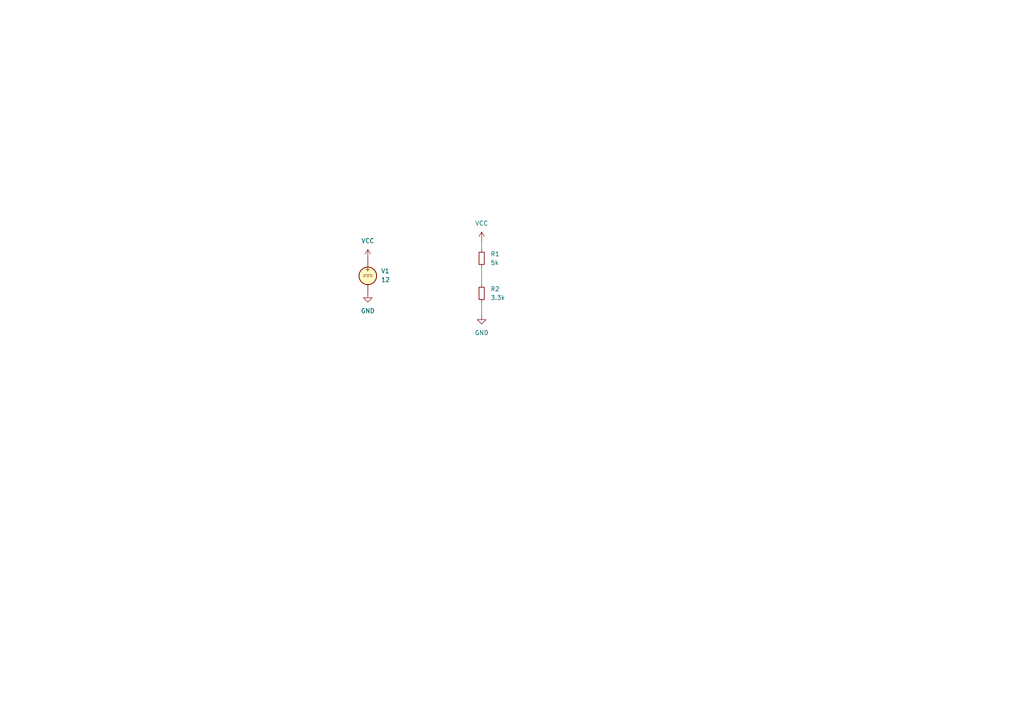
<source format=kicad_sch>
(kicad_sch (version 20231120) (generator "eeschema") (generator_version "8.0")
  (paper "A4")
  (lib_symbols
    (symbol "Device:R_Small" (pin_numbers hide) (pin_names (offset 0.254) hide)
      (property "Reference" "R" (at 0.762 0.508 0))
      (property "Value" "R_Small" (at 0.762 -1.016 0))
      (symbol "R_Small_0_1"
        (rectangle (start -0.762 1.778) (end 0.762 -1.778) (stroke (width 0.2032)))
      )
      (symbol "R_Small_1_1"
        (pin passive line (at 0 2.54 270) (length 0.762) (name "~") (number "1"))
        (pin passive line (at 0 -2.54 90) (length 0.762) (name "~") (number "2"))
      )
    )
    (symbol "Simulation_SPICE:VDC" (pin_numbers hide) (pin_names (offset 0.0254))
      (property "Reference" "V" (at 2.54 2.54 0))
      (property "Value" "1" (at 2.54 0 0))
      (symbol "VDC_0_0"
        (polyline (pts (xy -1.27 0.254) (xy 1.27 0.254)))
        (polyline (pts (xy -0.762 -0.254) (xy -1.27 -0.254)))
        (polyline (pts (xy 0.254 -0.254) (xy -0.254 -0.254)))
        (polyline (pts (xy 1.27 -0.254) (xy 0.762 -0.254)))
        (text "+" (at 0 1.905 0) (effects (font (size 1.27 1.27))))
      )
      (symbol "VDC_0_1"
        (circle (center 0 0) (radius 2.54) (stroke (width 0.254)) (fill (type background)))
      )
      (symbol "VDC_1_1"
        (pin passive line (at 0 5.08 270) (length 2.54) (name "~") (number "1"))
        (pin passive line (at 0 -5.08 90) (length 2.54) (name "~") (number "2"))
      )
    )
    (symbol "power:GND" (power) (pin_numbers hide) (pin_names (offset 0) hide)
      (property "Value" "GND" (at 0 -3.81 0))
      (symbol "GND_0_1"
        (polyline (pts (xy 0 0) (xy 0 -1.27) (xy 1.27 -1.27) (xy 0 -2.54) (xy -1.27 -1.27) (xy 0 -1.27)))
      )
      (symbol "GND_1_1"
        (pin power_in line (at 0 0 270) (length 0) (name "~") (number "1"))
      )
    )
    (symbol "power:VCC" (power) (pin_numbers hide) (pin_names (offset 0) hide)
      (property "Value" "VCC" (at 0 3.556 0))
      (symbol "VCC_0_1"
        (polyline (pts (xy -0.762 1.27) (xy 0 2.54)))
        (polyline (pts (xy 0 0) (xy 0 2.54)))
        (polyline (pts (xy 0 2.54) (xy 0.762 1.27)))
      )
      (symbol "VCC_1_1"
        (pin power_in line (at 0 0 90) (length 0) (name "~") (number "1"))
      )
    )
  )
  (wire (pts (xy 139.7 69.85) (xy 139.7 72.39)))
  (wire (pts (xy 139.7 87.63) (xy 139.7 91.44)))
  (wire (pts (xy 139.7 77.47) (xy 139.7 82.55)))
  (symbol (lib_id "power:VCC") (at 106.68 74.93 0) (unit 1)
    (property "Reference" "#PWR03" (effects (hide yes)))
    (property "Value" "VCC" (at 106.68 69.85 0))
    (property "Description" "Power symbol creates a global label with name \"VCC\"" (effects (hide yes)))
  )
  (symbol (lib_id "Device:R_Small") (at 139.7 85.09 0) (unit 1)
    (property "Reference" "R2" (at 142.24 83.8199 0) (effects (justify left)))
    (property "Value" "3.3k" (at 142.24 86.3599 0) (effects (justify left)))
    (property "Description" "Resistor, small symbol" (effects (hide yes)))
  )
  (symbol (lib_id "power:VCC") (at 139.7 69.85 0) (unit 1)
    (property "Reference" "#PWR02" (effects (hide yes)))
    (property "Value" "VCC" (at 139.7 64.77 0))
    (property "Description" "Power symbol creates a global label with name \"VCC\"" (effects (hide yes)))
  )
  (symbol (lib_id "Simulation_SPICE:VDC") (at 106.68 80.01 0) (unit 1)
    (property "Reference" "V1" (at 110.49 78.6101 0) (effects (justify left)))
    (property "Value" "12" (at 110.49 81.1501 0) (effects (justify left)))
    (property "Datasheet" "https://ngspice.sourceforge.io/docs/ngspice-html-manual/manual.xhtml#sec_Independent_Sources_for" (effects (hide yes)))
    (property "Description" "Voltage source, DC" (effects (hide yes)))
    (property "Sim.Pins" "1=+ 2=-" (effects (hide yes)))
    (property "Sim.Type" "DC" (effects (hide yes)))
    (property "Sim.Device" "V" (effects (hide yes)))
  )
  (symbol (lib_id "power:GND") (at 139.7 91.44 0) (unit 1)
    (property "Reference" "#PWR01" (effects (hide yes)))
    (property "Value" "GND" (at 139.7 96.52 0))
    (property "Description" "Power symbol creates a global label with name \"GND\" , ground" (effects (hide yes)))
  )
  (symbol (lib_id "Device:R_Small") (at 139.7 74.93 0) (unit 1)
    (property "Reference" "R1" (at 142.24 73.6599 0) (effects (justify left)))
    (property "Value" "5k" (at 142.24 76.1999 0) (effects (justify left)))
    (property "Description" "Resistor, small symbol" (effects (hide yes)))
  )
  (symbol (lib_id "power:GND") (at 106.68 85.09 0) (unit 1)
    (property "Reference" "#PWR04" (effects (hide yes)))
    (property "Value" "GND" (at 106.68 90.17 0))
    (property "Description" "Power symbol creates a global label with name \"GND\" , ground" (effects (hide yes)))
  )
)
</source>
